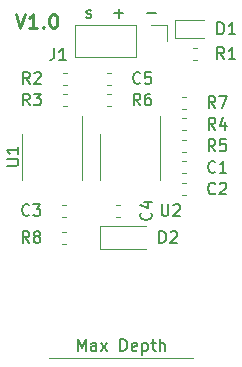
<source format=gbr>
G04 #@! TF.GenerationSoftware,KiCad,Pcbnew,(5.1.8)-1*
G04 #@! TF.CreationDate,2020-12-28T13:17:20-07:00*
G04 #@! TF.ProjectId,Moisture-Sensor,4d6f6973-7475-4726-952d-53656e736f72,rev?*
G04 #@! TF.SameCoordinates,Original*
G04 #@! TF.FileFunction,Legend,Top*
G04 #@! TF.FilePolarity,Positive*
%FSLAX46Y46*%
G04 Gerber Fmt 4.6, Leading zero omitted, Abs format (unit mm)*
G04 Created by KiCad (PCBNEW (5.1.8)-1) date 2020-12-28 13:17:20*
%MOMM*%
%LPD*%
G01*
G04 APERTURE LIST*
%ADD10C,0.150000*%
%ADD11C,0.120000*%
%ADD12C,0.250000*%
G04 APERTURE END LIST*
D10*
X106309523Y-79446380D02*
X106309523Y-78446380D01*
X106642857Y-79160666D01*
X106976190Y-78446380D01*
X106976190Y-79446380D01*
X107880952Y-79446380D02*
X107880952Y-78922571D01*
X107833333Y-78827333D01*
X107738095Y-78779714D01*
X107547619Y-78779714D01*
X107452380Y-78827333D01*
X107880952Y-79398761D02*
X107785714Y-79446380D01*
X107547619Y-79446380D01*
X107452380Y-79398761D01*
X107404761Y-79303523D01*
X107404761Y-79208285D01*
X107452380Y-79113047D01*
X107547619Y-79065428D01*
X107785714Y-79065428D01*
X107880952Y-79017809D01*
X108261904Y-79446380D02*
X108785714Y-78779714D01*
X108261904Y-78779714D02*
X108785714Y-79446380D01*
X109928571Y-79446380D02*
X109928571Y-78446380D01*
X110166666Y-78446380D01*
X110309523Y-78494000D01*
X110404761Y-78589238D01*
X110452380Y-78684476D01*
X110500000Y-78874952D01*
X110500000Y-79017809D01*
X110452380Y-79208285D01*
X110404761Y-79303523D01*
X110309523Y-79398761D01*
X110166666Y-79446380D01*
X109928571Y-79446380D01*
X111309523Y-79398761D02*
X111214285Y-79446380D01*
X111023809Y-79446380D01*
X110928571Y-79398761D01*
X110880952Y-79303523D01*
X110880952Y-78922571D01*
X110928571Y-78827333D01*
X111023809Y-78779714D01*
X111214285Y-78779714D01*
X111309523Y-78827333D01*
X111357142Y-78922571D01*
X111357142Y-79017809D01*
X110880952Y-79113047D01*
X111785714Y-78779714D02*
X111785714Y-79779714D01*
X111785714Y-78827333D02*
X111880952Y-78779714D01*
X112071428Y-78779714D01*
X112166666Y-78827333D01*
X112214285Y-78874952D01*
X112261904Y-78970190D01*
X112261904Y-79255904D01*
X112214285Y-79351142D01*
X112166666Y-79398761D01*
X112071428Y-79446380D01*
X111880952Y-79446380D01*
X111785714Y-79398761D01*
X112547619Y-78779714D02*
X112928571Y-78779714D01*
X112690476Y-78446380D02*
X112690476Y-79303523D01*
X112738095Y-79398761D01*
X112833333Y-79446380D01*
X112928571Y-79446380D01*
X113261904Y-79446380D02*
X113261904Y-78446380D01*
X113690476Y-79446380D02*
X113690476Y-78922571D01*
X113642857Y-78827333D01*
X113547619Y-78779714D01*
X113404761Y-78779714D01*
X113309523Y-78827333D01*
X113261904Y-78874952D01*
D11*
X116096000Y-80000000D02*
X103904000Y-80000000D01*
D12*
X101041428Y-50904857D02*
X101441428Y-52104857D01*
X101841428Y-50904857D01*
X102870000Y-52104857D02*
X102184285Y-52104857D01*
X102527142Y-52104857D02*
X102527142Y-50904857D01*
X102412857Y-51076285D01*
X102298571Y-51190571D01*
X102184285Y-51247714D01*
X103384285Y-51990571D02*
X103441428Y-52047714D01*
X103384285Y-52104857D01*
X103327142Y-52047714D01*
X103384285Y-51990571D01*
X103384285Y-52104857D01*
X104184285Y-50904857D02*
X104298571Y-50904857D01*
X104412857Y-50962000D01*
X104470000Y-51019142D01*
X104527142Y-51133428D01*
X104584285Y-51362000D01*
X104584285Y-51647714D01*
X104527142Y-51876285D01*
X104470000Y-51990571D01*
X104412857Y-52047714D01*
X104298571Y-52104857D01*
X104184285Y-52104857D01*
X104070000Y-52047714D01*
X104012857Y-51990571D01*
X103955714Y-51876285D01*
X103898571Y-51647714D01*
X103898571Y-51362000D01*
X103955714Y-51133428D01*
X104012857Y-51019142D01*
X104070000Y-50962000D01*
X104184285Y-50904857D01*
D10*
X107023809Y-51204761D02*
X107119047Y-51252380D01*
X107309523Y-51252380D01*
X107404761Y-51204761D01*
X107452380Y-51109523D01*
X107452380Y-51061904D01*
X107404761Y-50966666D01*
X107309523Y-50919047D01*
X107166666Y-50919047D01*
X107071428Y-50871428D01*
X107023809Y-50776190D01*
X107023809Y-50728571D01*
X107071428Y-50633333D01*
X107166666Y-50585714D01*
X107309523Y-50585714D01*
X107404761Y-50633333D01*
X109404761Y-50871428D02*
X110166666Y-50871428D01*
X109785714Y-51252380D02*
X109785714Y-50490476D01*
X112166666Y-50871428D02*
X112928571Y-50871428D01*
D11*
X115495267Y-64416400D02*
X115152733Y-64416400D01*
X115495267Y-63396400D02*
X115152733Y-63396400D01*
X115495267Y-65225200D02*
X115152733Y-65225200D01*
X115495267Y-66245200D02*
X115152733Y-66245200D01*
X104992733Y-68074000D02*
X105335267Y-68074000D01*
X104992733Y-67054000D02*
X105335267Y-67054000D01*
X109873267Y-67054000D02*
X109530733Y-67054000D01*
X109873267Y-68074000D02*
X109530733Y-68074000D01*
X109145267Y-56898000D02*
X108802733Y-56898000D01*
X109145267Y-55878000D02*
X108802733Y-55878000D01*
X114572000Y-52910000D02*
X117032000Y-52910000D01*
X114572000Y-51440000D02*
X114572000Y-52910000D01*
X117032000Y-51440000D02*
X114572000Y-51440000D01*
X108152000Y-68850000D02*
X112052000Y-68850000D01*
X108152000Y-70850000D02*
X112052000Y-70850000D01*
X108152000Y-68850000D02*
X108152000Y-70850000D01*
X116060733Y-54785000D02*
X116403267Y-54785000D01*
X116060733Y-53765000D02*
X116403267Y-53765000D01*
X105026733Y-55878000D02*
X105369267Y-55878000D01*
X105026733Y-56898000D02*
X105369267Y-56898000D01*
X105026733Y-58715000D02*
X105369267Y-58715000D01*
X105026733Y-57695000D02*
X105369267Y-57695000D01*
X115495267Y-60758800D02*
X115152733Y-60758800D01*
X115495267Y-59738800D02*
X115152733Y-59738800D01*
X115495267Y-61567600D02*
X115152733Y-61567600D01*
X115495267Y-62587600D02*
X115152733Y-62587600D01*
X108802733Y-57695000D02*
X109145267Y-57695000D01*
X108802733Y-58715000D02*
X109145267Y-58715000D01*
X115152733Y-57910000D02*
X115495267Y-57910000D01*
X115152733Y-58930000D02*
X115495267Y-58930000D01*
X105335267Y-69340000D02*
X104992733Y-69340000D01*
X105335267Y-70360000D02*
X104992733Y-70360000D01*
X106708000Y-62992000D02*
X106708000Y-59542000D01*
X106708000Y-62992000D02*
X106708000Y-64942000D01*
X101588000Y-62992000D02*
X101588000Y-61042000D01*
X101588000Y-62992000D02*
X101588000Y-64942000D01*
X108192000Y-62992000D02*
X108192000Y-64942000D01*
X108192000Y-62992000D02*
X108192000Y-61042000D01*
X113312000Y-62992000D02*
X113312000Y-64942000D01*
X113312000Y-62992000D02*
X113312000Y-59542000D01*
X113855000Y-51875000D02*
X113855000Y-53205000D01*
X112525000Y-51875000D02*
X113855000Y-51875000D01*
X111255000Y-51875000D02*
X111255000Y-54535000D01*
X111255000Y-54535000D02*
X106115000Y-54535000D01*
X111255000Y-51875000D02*
X106115000Y-51875000D01*
X106115000Y-51875000D02*
X106115000Y-54535000D01*
D10*
X117951333Y-64263542D02*
X117903714Y-64311161D01*
X117760857Y-64358780D01*
X117665619Y-64358780D01*
X117522761Y-64311161D01*
X117427523Y-64215923D01*
X117379904Y-64120685D01*
X117332285Y-63930209D01*
X117332285Y-63787352D01*
X117379904Y-63596876D01*
X117427523Y-63501638D01*
X117522761Y-63406400D01*
X117665619Y-63358780D01*
X117760857Y-63358780D01*
X117903714Y-63406400D01*
X117951333Y-63454019D01*
X118903714Y-64358780D02*
X118332285Y-64358780D01*
X118618000Y-64358780D02*
X118618000Y-63358780D01*
X118522761Y-63501638D01*
X118427523Y-63596876D01*
X118332285Y-63644495D01*
X117951333Y-66092342D02*
X117903714Y-66139961D01*
X117760857Y-66187580D01*
X117665619Y-66187580D01*
X117522761Y-66139961D01*
X117427523Y-66044723D01*
X117379904Y-65949485D01*
X117332285Y-65759009D01*
X117332285Y-65616152D01*
X117379904Y-65425676D01*
X117427523Y-65330438D01*
X117522761Y-65235200D01*
X117665619Y-65187580D01*
X117760857Y-65187580D01*
X117903714Y-65235200D01*
X117951333Y-65282819D01*
X118332285Y-65282819D02*
X118379904Y-65235200D01*
X118475142Y-65187580D01*
X118713238Y-65187580D01*
X118808476Y-65235200D01*
X118856095Y-65282819D01*
X118903714Y-65378057D01*
X118903714Y-65473295D01*
X118856095Y-65616152D01*
X118284666Y-66187580D01*
X118903714Y-66187580D01*
X102203333Y-67921142D02*
X102155714Y-67968761D01*
X102012857Y-68016380D01*
X101917619Y-68016380D01*
X101774761Y-67968761D01*
X101679523Y-67873523D01*
X101631904Y-67778285D01*
X101584285Y-67587809D01*
X101584285Y-67444952D01*
X101631904Y-67254476D01*
X101679523Y-67159238D01*
X101774761Y-67064000D01*
X101917619Y-67016380D01*
X102012857Y-67016380D01*
X102155714Y-67064000D01*
X102203333Y-67111619D01*
X102536666Y-67016380D02*
X103155714Y-67016380D01*
X102822380Y-67397333D01*
X102965238Y-67397333D01*
X103060476Y-67444952D01*
X103108095Y-67492571D01*
X103155714Y-67587809D01*
X103155714Y-67825904D01*
X103108095Y-67921142D01*
X103060476Y-67968761D01*
X102965238Y-68016380D01*
X102679523Y-68016380D01*
X102584285Y-67968761D01*
X102536666Y-67921142D01*
X112498142Y-67730666D02*
X112545761Y-67778285D01*
X112593380Y-67921142D01*
X112593380Y-68016380D01*
X112545761Y-68159238D01*
X112450523Y-68254476D01*
X112355285Y-68302095D01*
X112164809Y-68349714D01*
X112021952Y-68349714D01*
X111831476Y-68302095D01*
X111736238Y-68254476D01*
X111641000Y-68159238D01*
X111593380Y-68016380D01*
X111593380Y-67921142D01*
X111641000Y-67778285D01*
X111688619Y-67730666D01*
X111926714Y-66873523D02*
X112593380Y-66873523D01*
X111545761Y-67111619D02*
X112260047Y-67349714D01*
X112260047Y-66730666D01*
X111601333Y-56745142D02*
X111553714Y-56792761D01*
X111410857Y-56840380D01*
X111315619Y-56840380D01*
X111172761Y-56792761D01*
X111077523Y-56697523D01*
X111029904Y-56602285D01*
X110982285Y-56411809D01*
X110982285Y-56268952D01*
X111029904Y-56078476D01*
X111077523Y-55983238D01*
X111172761Y-55888000D01*
X111315619Y-55840380D01*
X111410857Y-55840380D01*
X111553714Y-55888000D01*
X111601333Y-55935619D01*
X112506095Y-55840380D02*
X112029904Y-55840380D01*
X111982285Y-56316571D01*
X112029904Y-56268952D01*
X112125142Y-56221333D01*
X112363238Y-56221333D01*
X112458476Y-56268952D01*
X112506095Y-56316571D01*
X112553714Y-56411809D01*
X112553714Y-56649904D01*
X112506095Y-56745142D01*
X112458476Y-56792761D01*
X112363238Y-56840380D01*
X112125142Y-56840380D01*
X112029904Y-56792761D01*
X111982285Y-56745142D01*
X118133904Y-52627380D02*
X118133904Y-51627380D01*
X118372000Y-51627380D01*
X118514857Y-51675000D01*
X118610095Y-51770238D01*
X118657714Y-51865476D01*
X118705333Y-52055952D01*
X118705333Y-52198809D01*
X118657714Y-52389285D01*
X118610095Y-52484523D01*
X118514857Y-52579761D01*
X118372000Y-52627380D01*
X118133904Y-52627380D01*
X119657714Y-52627380D02*
X119086285Y-52627380D01*
X119372000Y-52627380D02*
X119372000Y-51627380D01*
X119276761Y-51770238D01*
X119181523Y-51865476D01*
X119086285Y-51913095D01*
X113219904Y-70302380D02*
X113219904Y-69302380D01*
X113458000Y-69302380D01*
X113600857Y-69350000D01*
X113696095Y-69445238D01*
X113743714Y-69540476D01*
X113791333Y-69730952D01*
X113791333Y-69873809D01*
X113743714Y-70064285D01*
X113696095Y-70159523D01*
X113600857Y-70254761D01*
X113458000Y-70302380D01*
X113219904Y-70302380D01*
X114172285Y-69397619D02*
X114219904Y-69350000D01*
X114315142Y-69302380D01*
X114553238Y-69302380D01*
X114648476Y-69350000D01*
X114696095Y-69397619D01*
X114743714Y-69492857D01*
X114743714Y-69588095D01*
X114696095Y-69730952D01*
X114124666Y-70302380D01*
X114743714Y-70302380D01*
X118705333Y-54727380D02*
X118372000Y-54251190D01*
X118133904Y-54727380D02*
X118133904Y-53727380D01*
X118514857Y-53727380D01*
X118610095Y-53775000D01*
X118657714Y-53822619D01*
X118705333Y-53917857D01*
X118705333Y-54060714D01*
X118657714Y-54155952D01*
X118610095Y-54203571D01*
X118514857Y-54251190D01*
X118133904Y-54251190D01*
X119657714Y-54727380D02*
X119086285Y-54727380D01*
X119372000Y-54727380D02*
X119372000Y-53727380D01*
X119276761Y-53870238D01*
X119181523Y-53965476D01*
X119086285Y-54013095D01*
X102237333Y-56840380D02*
X101904000Y-56364190D01*
X101665904Y-56840380D02*
X101665904Y-55840380D01*
X102046857Y-55840380D01*
X102142095Y-55888000D01*
X102189714Y-55935619D01*
X102237333Y-56030857D01*
X102237333Y-56173714D01*
X102189714Y-56268952D01*
X102142095Y-56316571D01*
X102046857Y-56364190D01*
X101665904Y-56364190D01*
X102618285Y-55935619D02*
X102665904Y-55888000D01*
X102761142Y-55840380D01*
X102999238Y-55840380D01*
X103094476Y-55888000D01*
X103142095Y-55935619D01*
X103189714Y-56030857D01*
X103189714Y-56126095D01*
X103142095Y-56268952D01*
X102570666Y-56840380D01*
X103189714Y-56840380D01*
X102237333Y-58657380D02*
X101904000Y-58181190D01*
X101665904Y-58657380D02*
X101665904Y-57657380D01*
X102046857Y-57657380D01*
X102142095Y-57705000D01*
X102189714Y-57752619D01*
X102237333Y-57847857D01*
X102237333Y-57990714D01*
X102189714Y-58085952D01*
X102142095Y-58133571D01*
X102046857Y-58181190D01*
X101665904Y-58181190D01*
X102570666Y-57657380D02*
X103189714Y-57657380D01*
X102856380Y-58038333D01*
X102999238Y-58038333D01*
X103094476Y-58085952D01*
X103142095Y-58133571D01*
X103189714Y-58228809D01*
X103189714Y-58466904D01*
X103142095Y-58562142D01*
X103094476Y-58609761D01*
X102999238Y-58657380D01*
X102713523Y-58657380D01*
X102618285Y-58609761D01*
X102570666Y-58562142D01*
X117951333Y-60701180D02*
X117618000Y-60224990D01*
X117379904Y-60701180D02*
X117379904Y-59701180D01*
X117760857Y-59701180D01*
X117856095Y-59748800D01*
X117903714Y-59796419D01*
X117951333Y-59891657D01*
X117951333Y-60034514D01*
X117903714Y-60129752D01*
X117856095Y-60177371D01*
X117760857Y-60224990D01*
X117379904Y-60224990D01*
X118808476Y-60034514D02*
X118808476Y-60701180D01*
X118570380Y-59653561D02*
X118332285Y-60367847D01*
X118951333Y-60367847D01*
X117951333Y-62529980D02*
X117618000Y-62053790D01*
X117379904Y-62529980D02*
X117379904Y-61529980D01*
X117760857Y-61529980D01*
X117856095Y-61577600D01*
X117903714Y-61625219D01*
X117951333Y-61720457D01*
X117951333Y-61863314D01*
X117903714Y-61958552D01*
X117856095Y-62006171D01*
X117760857Y-62053790D01*
X117379904Y-62053790D01*
X118856095Y-61529980D02*
X118379904Y-61529980D01*
X118332285Y-62006171D01*
X118379904Y-61958552D01*
X118475142Y-61910933D01*
X118713238Y-61910933D01*
X118808476Y-61958552D01*
X118856095Y-62006171D01*
X118903714Y-62101409D01*
X118903714Y-62339504D01*
X118856095Y-62434742D01*
X118808476Y-62482361D01*
X118713238Y-62529980D01*
X118475142Y-62529980D01*
X118379904Y-62482361D01*
X118332285Y-62434742D01*
X111601333Y-58657380D02*
X111268000Y-58181190D01*
X111029904Y-58657380D02*
X111029904Y-57657380D01*
X111410857Y-57657380D01*
X111506095Y-57705000D01*
X111553714Y-57752619D01*
X111601333Y-57847857D01*
X111601333Y-57990714D01*
X111553714Y-58085952D01*
X111506095Y-58133571D01*
X111410857Y-58181190D01*
X111029904Y-58181190D01*
X112458476Y-57657380D02*
X112268000Y-57657380D01*
X112172761Y-57705000D01*
X112125142Y-57752619D01*
X112029904Y-57895476D01*
X111982285Y-58085952D01*
X111982285Y-58466904D01*
X112029904Y-58562142D01*
X112077523Y-58609761D01*
X112172761Y-58657380D01*
X112363238Y-58657380D01*
X112458476Y-58609761D01*
X112506095Y-58562142D01*
X112553714Y-58466904D01*
X112553714Y-58228809D01*
X112506095Y-58133571D01*
X112458476Y-58085952D01*
X112363238Y-58038333D01*
X112172761Y-58038333D01*
X112077523Y-58085952D01*
X112029904Y-58133571D01*
X111982285Y-58228809D01*
X117951333Y-58872380D02*
X117618000Y-58396190D01*
X117379904Y-58872380D02*
X117379904Y-57872380D01*
X117760857Y-57872380D01*
X117856095Y-57920000D01*
X117903714Y-57967619D01*
X117951333Y-58062857D01*
X117951333Y-58205714D01*
X117903714Y-58300952D01*
X117856095Y-58348571D01*
X117760857Y-58396190D01*
X117379904Y-58396190D01*
X118284666Y-57872380D02*
X118951333Y-57872380D01*
X118522761Y-58872380D01*
X102203333Y-70302380D02*
X101870000Y-69826190D01*
X101631904Y-70302380D02*
X101631904Y-69302380D01*
X102012857Y-69302380D01*
X102108095Y-69350000D01*
X102155714Y-69397619D01*
X102203333Y-69492857D01*
X102203333Y-69635714D01*
X102155714Y-69730952D01*
X102108095Y-69778571D01*
X102012857Y-69826190D01*
X101631904Y-69826190D01*
X102774761Y-69730952D02*
X102679523Y-69683333D01*
X102631904Y-69635714D01*
X102584285Y-69540476D01*
X102584285Y-69492857D01*
X102631904Y-69397619D01*
X102679523Y-69350000D01*
X102774761Y-69302380D01*
X102965238Y-69302380D01*
X103060476Y-69350000D01*
X103108095Y-69397619D01*
X103155714Y-69492857D01*
X103155714Y-69540476D01*
X103108095Y-69635714D01*
X103060476Y-69683333D01*
X102965238Y-69730952D01*
X102774761Y-69730952D01*
X102679523Y-69778571D01*
X102631904Y-69826190D01*
X102584285Y-69921428D01*
X102584285Y-70111904D01*
X102631904Y-70207142D01*
X102679523Y-70254761D01*
X102774761Y-70302380D01*
X102965238Y-70302380D01*
X103060476Y-70254761D01*
X103108095Y-70207142D01*
X103155714Y-70111904D01*
X103155714Y-69921428D01*
X103108095Y-69826190D01*
X103060476Y-69778571D01*
X102965238Y-69730952D01*
X100290380Y-63753904D02*
X101099904Y-63753904D01*
X101195142Y-63706285D01*
X101242761Y-63658666D01*
X101290380Y-63563428D01*
X101290380Y-63372952D01*
X101242761Y-63277714D01*
X101195142Y-63230095D01*
X101099904Y-63182476D01*
X100290380Y-63182476D01*
X101290380Y-62182476D02*
X101290380Y-62753904D01*
X101290380Y-62468190D02*
X100290380Y-62468190D01*
X100433238Y-62563428D01*
X100528476Y-62658666D01*
X100576095Y-62753904D01*
X113411095Y-67016380D02*
X113411095Y-67825904D01*
X113458714Y-67921142D01*
X113506333Y-67968761D01*
X113601571Y-68016380D01*
X113792047Y-68016380D01*
X113887285Y-67968761D01*
X113934904Y-67921142D01*
X113982523Y-67825904D01*
X113982523Y-67016380D01*
X114411095Y-67111619D02*
X114458714Y-67064000D01*
X114553952Y-67016380D01*
X114792047Y-67016380D01*
X114887285Y-67064000D01*
X114934904Y-67111619D01*
X114982523Y-67206857D01*
X114982523Y-67302095D01*
X114934904Y-67444952D01*
X114363476Y-68016380D01*
X114982523Y-68016380D01*
X104314666Y-53808380D02*
X104314666Y-54522666D01*
X104267047Y-54665523D01*
X104171809Y-54760761D01*
X104028952Y-54808380D01*
X103933714Y-54808380D01*
X105314666Y-54808380D02*
X104743238Y-54808380D01*
X105028952Y-54808380D02*
X105028952Y-53808380D01*
X104933714Y-53951238D01*
X104838476Y-54046476D01*
X104743238Y-54094095D01*
M02*

</source>
